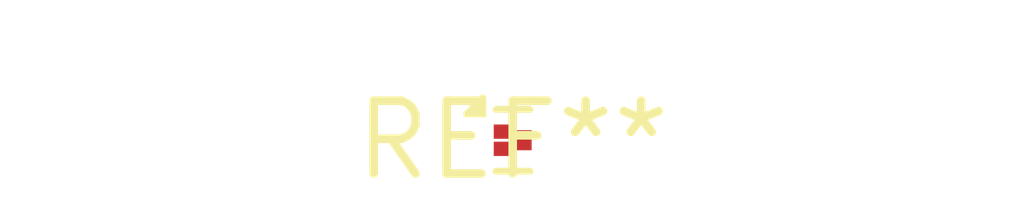
<source format=kicad_pcb>
(kicad_pcb (version 20240108) (generator pcbnew)
  (layers (0 "F.Cu" signal) (31 "B.Cu" signal) (34 "B.Paste" user) (35 "F.Paste" user) (36 "B.SilkS" user "B.Silkscreen") (37 "F.SilkS" user "F.Silkscreen") (38 "B.Mask" user) (39 "F.Mask" user) (44 "Edge.Cuts" user))
  (net 0 "")
  (footprint "ROHM_DFN0604-3" (layer "F.Cu") (at 0 0)
    (property "Reference" "REF**")
    (property "Value" "ROHM_DFN0604-3")
    (fp_line (start -0.29 -0.54) (end 0.3 -0.54) (layer "F.SilkS") (stroke (width 0.12)))
    (fp_line (start -0.29 0.54) (end 0.3 0.54) (layer "F.SilkS") (stroke (width 0.12)))
    (fp_poly (pts (xy -0.52 -0.46) (xy -0.8 -0.46) (xy -0.52 -0.74) (xy -0.52 -0.46)) (layer "F.SilkS") (stroke (width 0.12)) (fill solid))
    (pad "1" smd rect (at -0.195 -0.15 270) (size 0.25 0.27) (layers "F.Cu" "F.Paste" "F.Mask"))
    (pad "2" smd rect (at -0.195 0.15 270) (size 0.25 0.27) (layers "F.Cu" "F.Paste" "F.Mask"))
    (pad "3" smd rect (at 0.155 0 270) (size 0.35 0.35) (layers "F.Cu" "F.Paste" "F.Mask"))
  )
)
</source>
